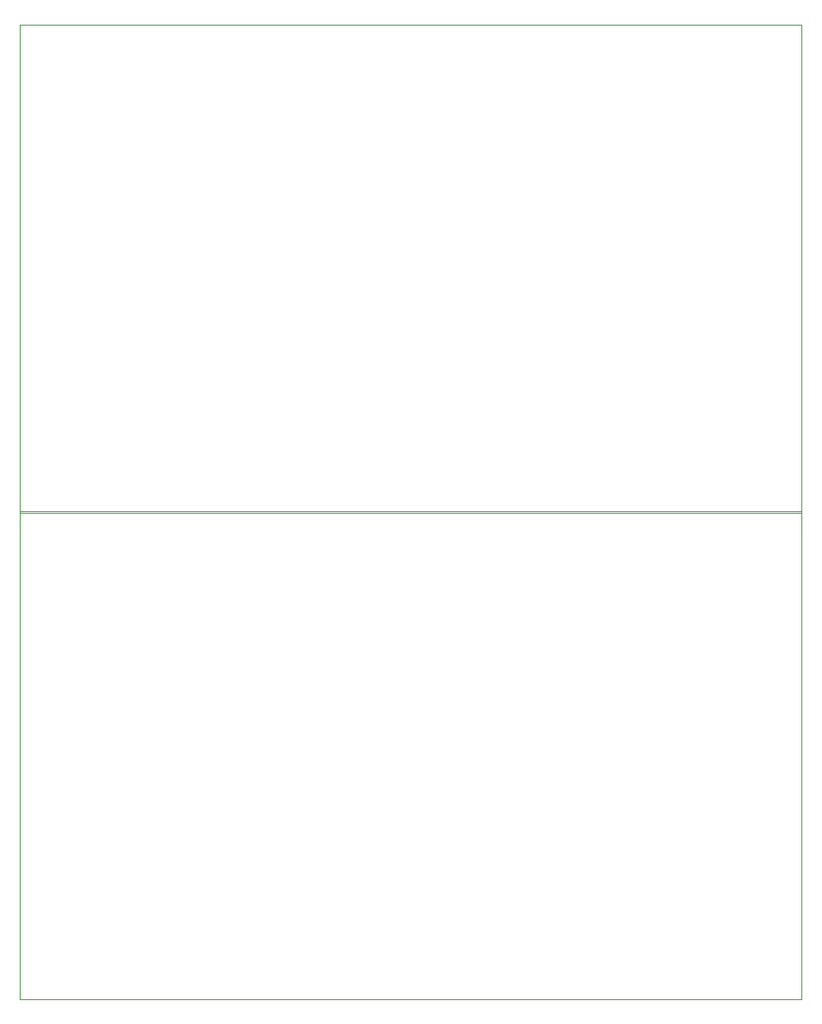
<source format=gbr>
%TF.GenerationSoftware,KiCad,Pcbnew,(6.0.0)*%
%TF.CreationDate,2022-01-31T19:39:54+07:00*%
%TF.ProjectId,eggmodel_V1.1,6567676d-6f64-4656-9c5f-56312e312e6b,rev?*%
%TF.SameCoordinates,Original*%
%TF.FileFunction,Profile,NP*%
%FSLAX46Y46*%
G04 Gerber Fmt 4.6, Leading zero omitted, Abs format (unit mm)*
G04 Created by KiCad (PCBNEW (6.0.0)) date 2022-01-31 19:39:54*
%MOMM*%
%LPD*%
G01*
G04 APERTURE LIST*
%TA.AperFunction,Profile*%
%ADD10C,0.100000*%
%TD*%
G04 APERTURE END LIST*
D10*
X164570000Y-131240000D02*
X84300000Y-131240000D01*
X84300000Y-131240000D02*
X84300000Y-31140000D01*
X84300000Y-31140000D02*
X164570000Y-31140000D01*
X164570000Y-31140000D02*
X164570000Y-131240000D01*
X84300000Y-31140000D02*
X164560000Y-31140000D01*
X164560000Y-31140000D02*
X164560000Y-81117500D01*
X164560000Y-81117500D02*
X84300000Y-81117500D01*
X84300000Y-81117500D02*
X84300000Y-31140000D01*
X164570000Y-131240000D02*
X84310000Y-131240000D01*
X84310000Y-131240000D02*
X84310000Y-81262500D01*
X84310000Y-81262500D02*
X164570000Y-81262500D01*
X164570000Y-81262500D02*
X164570000Y-131240000D01*
M02*

</source>
